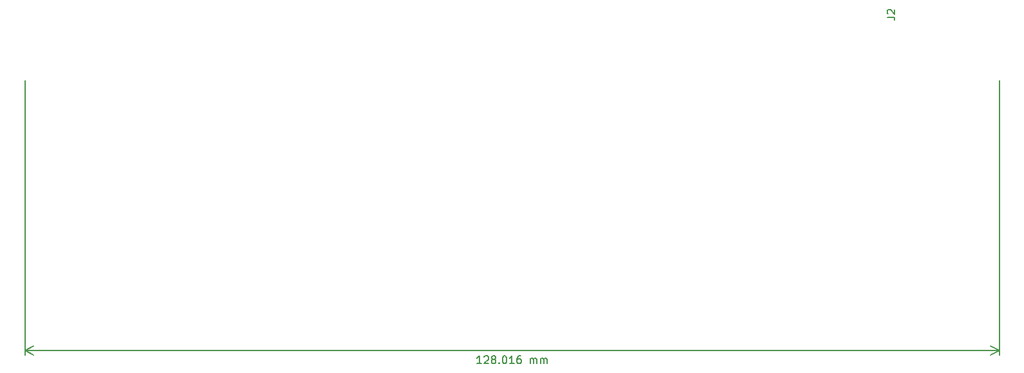
<source format=gbr>
%TF.GenerationSoftware,KiCad,Pcbnew,(5.1.10-1-10_14)*%
%TF.CreationDate,2022-01-29T17:31:24-08:00*%
%TF.ProjectId,phase,70686173-652e-46b6-9963-61645f706362,v1.0.1*%
%TF.SameCoordinates,Original*%
%TF.FileFunction,OtherDrawing,Comment*%
%FSLAX46Y46*%
G04 Gerber Fmt 4.6, Leading zero omitted, Abs format (unit mm)*
G04 Created by KiCad (PCBNEW (5.1.10-1-10_14)) date 2022-01-29 17:31:24*
%MOMM*%
%LPD*%
G01*
G04 APERTURE LIST*
%ADD10C,0.150000*%
G04 APERTURE END LIST*
D10*
X101108380Y-149072379D02*
X100536952Y-149072379D01*
X100822666Y-149072379D02*
X100822666Y-148072379D01*
X100727428Y-148215237D01*
X100632190Y-148310475D01*
X100536952Y-148358094D01*
X101489333Y-148167618D02*
X101536952Y-148119999D01*
X101632190Y-148072379D01*
X101870285Y-148072379D01*
X101965523Y-148119999D01*
X102013142Y-148167618D01*
X102060761Y-148262856D01*
X102060761Y-148358094D01*
X102013142Y-148500951D01*
X101441714Y-149072379D01*
X102060761Y-149072379D01*
X102632190Y-148500951D02*
X102536952Y-148453332D01*
X102489333Y-148405713D01*
X102441714Y-148310475D01*
X102441714Y-148262856D01*
X102489333Y-148167618D01*
X102536952Y-148119999D01*
X102632190Y-148072379D01*
X102822666Y-148072379D01*
X102917904Y-148119999D01*
X102965523Y-148167618D01*
X103013142Y-148262856D01*
X103013142Y-148310475D01*
X102965523Y-148405713D01*
X102917904Y-148453332D01*
X102822666Y-148500951D01*
X102632190Y-148500951D01*
X102536952Y-148548570D01*
X102489333Y-148596189D01*
X102441714Y-148691427D01*
X102441714Y-148881903D01*
X102489333Y-148977141D01*
X102536952Y-149024760D01*
X102632190Y-149072379D01*
X102822666Y-149072379D01*
X102917904Y-149024760D01*
X102965523Y-148977141D01*
X103013142Y-148881903D01*
X103013142Y-148691427D01*
X102965523Y-148596189D01*
X102917904Y-148548570D01*
X102822666Y-148500951D01*
X103441714Y-148977141D02*
X103489333Y-149024760D01*
X103441714Y-149072379D01*
X103394095Y-149024760D01*
X103441714Y-148977141D01*
X103441714Y-149072379D01*
X104108380Y-148072379D02*
X104203619Y-148072379D01*
X104298857Y-148119999D01*
X104346476Y-148167618D01*
X104394095Y-148262856D01*
X104441714Y-148453332D01*
X104441714Y-148691427D01*
X104394095Y-148881903D01*
X104346476Y-148977141D01*
X104298857Y-149024760D01*
X104203619Y-149072379D01*
X104108380Y-149072379D01*
X104013142Y-149024760D01*
X103965523Y-148977141D01*
X103917904Y-148881903D01*
X103870285Y-148691427D01*
X103870285Y-148453332D01*
X103917904Y-148262856D01*
X103965523Y-148167618D01*
X104013142Y-148119999D01*
X104108380Y-148072379D01*
X105394095Y-149072379D02*
X104822666Y-149072379D01*
X105108380Y-149072379D02*
X105108380Y-148072379D01*
X105013142Y-148215237D01*
X104917904Y-148310475D01*
X104822666Y-148358094D01*
X106251238Y-148072379D02*
X106060761Y-148072379D01*
X105965523Y-148119999D01*
X105917904Y-148167618D01*
X105822666Y-148310475D01*
X105775047Y-148500951D01*
X105775047Y-148881903D01*
X105822666Y-148977141D01*
X105870285Y-149024760D01*
X105965523Y-149072379D01*
X106156000Y-149072379D01*
X106251238Y-149024760D01*
X106298857Y-148977141D01*
X106346476Y-148881903D01*
X106346476Y-148643808D01*
X106298857Y-148548570D01*
X106251238Y-148500951D01*
X106156000Y-148453332D01*
X105965523Y-148453332D01*
X105870285Y-148500951D01*
X105822666Y-148548570D01*
X105775047Y-148643808D01*
X107536952Y-149072379D02*
X107536952Y-148405713D01*
X107536952Y-148500951D02*
X107584571Y-148453332D01*
X107679809Y-148405713D01*
X107822666Y-148405713D01*
X107917904Y-148453332D01*
X107965523Y-148548570D01*
X107965523Y-149072379D01*
X107965523Y-148548570D02*
X108013142Y-148453332D01*
X108108380Y-148405713D01*
X108251238Y-148405713D01*
X108346476Y-148453332D01*
X108394095Y-148548570D01*
X108394095Y-149072379D01*
X108870285Y-149072379D02*
X108870285Y-148405713D01*
X108870285Y-148500951D02*
X108917904Y-148453332D01*
X109013142Y-148405713D01*
X109156000Y-148405713D01*
X109251238Y-148453332D01*
X109298857Y-148548570D01*
X109298857Y-149072379D01*
X109298857Y-148548570D02*
X109346476Y-148453332D01*
X109441714Y-148405713D01*
X109584571Y-148405713D01*
X109679809Y-148453332D01*
X109727428Y-148548570D01*
X109727428Y-149072379D01*
X41148000Y-147319999D02*
X169164000Y-147319999D01*
X41148000Y-111760000D02*
X41148000Y-147906420D01*
X169164000Y-111760000D02*
X169164000Y-147906420D01*
X169164000Y-147319999D02*
X168037496Y-147906420D01*
X169164000Y-147319999D02*
X168037496Y-146733578D01*
X41148000Y-147319999D02*
X42274504Y-147906420D01*
X41148000Y-147319999D02*
X42274504Y-146733578D01*
%TO.C,J2*%
X154416380Y-103457333D02*
X155130666Y-103457333D01*
X155273523Y-103504952D01*
X155368761Y-103600190D01*
X155416380Y-103743047D01*
X155416380Y-103838285D01*
X154511619Y-103028761D02*
X154464000Y-102981142D01*
X154416380Y-102885904D01*
X154416380Y-102647809D01*
X154464000Y-102552571D01*
X154511619Y-102504952D01*
X154606857Y-102457333D01*
X154702095Y-102457333D01*
X154844952Y-102504952D01*
X155416380Y-103076380D01*
X155416380Y-102457333D01*
%TD*%
M02*

</source>
